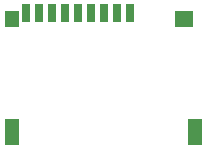
<source format=gbr>
%TF.GenerationSoftware,KiCad,Pcbnew,9.0.0*%
%TF.CreationDate,2025-03-10T21:28:12+01:00*%
%TF.ProjectId,X68KFDPI2,5836384b-4644-4504-9932-2e6b69636164,rev?*%
%TF.SameCoordinates,Original*%
%TF.FileFunction,Paste,Top*%
%TF.FilePolarity,Positive*%
%FSLAX46Y46*%
G04 Gerber Fmt 4.6, Leading zero omitted, Abs format (unit mm)*
G04 Created by KiCad (PCBNEW 9.0.0) date 2025-03-10 21:28:12*
%MOMM*%
%LPD*%
G01*
G04 APERTURE LIST*
%ADD10R,0.700000X1.600000*%
%ADD11R,1.200000X2.200000*%
%ADD12R,1.600000X1.400000*%
%ADD13R,1.200000X1.400000*%
G04 APERTURE END LIST*
D10*
%TO.C,J11*%
X147650032Y-131200045D03*
X146550032Y-131200045D03*
X145450032Y-131200045D03*
X144350032Y-131200045D03*
X143250032Y-131200045D03*
X142150032Y-131200045D03*
X141050032Y-131200045D03*
X139950032Y-131200045D03*
X138850032Y-131200045D03*
D11*
X153150032Y-141300045D03*
D12*
X152250032Y-131700045D03*
D11*
X137650032Y-141300045D03*
D13*
X137650032Y-131700045D03*
%TD*%
M02*

</source>
